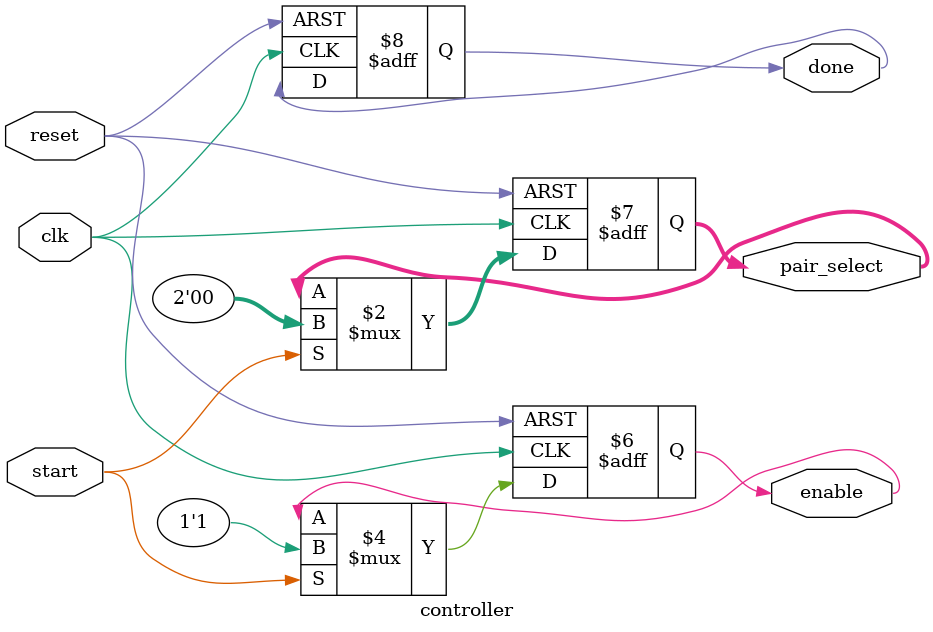
<source format=v>
module controller (
    input clk,
    input reset,
    input start,
    output reg enable,
    output reg [1:0] pair_select,
    output reg done
);

    // Example FSM (you need to complete this)
    always @(posedge clk or posedge reset) begin
        if (reset) begin
            enable <= 0;
            pair_select <= 0;
            done <= 0;
        end else begin
            // Implement proper FSM here
            // This is a placeholder
            if (start) begin
                enable <= 1;
                pair_select <= 0;  // First pair
            end
            // Cycle through pairs and finally set done=1
        end
    end
endmodule

</source>
